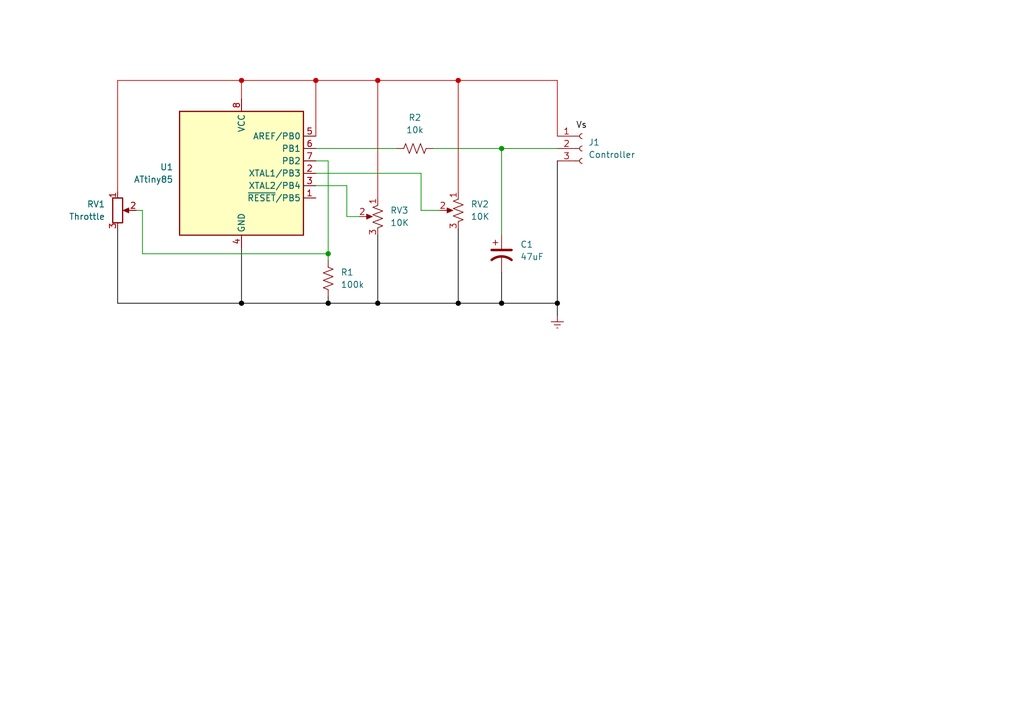
<source format=kicad_sch>
(kicad_sch (version 20230121) (generator eeschema)
  (paper "A5")
  (title_block (title "bike-aid-throtle"))
  (lib_symbols
    (symbol "Connector:Conn_01x03_Socket" (pin_names (offset 1.016) hide)
      (property "Reference" "J" (at 0 5.08 0))
      (property "Value" "Conn_01x03_Socket" (at 0 -5.08 0))
      (symbol "Conn_01x03_Socket_1_1"
        (arc (start 0 -2.032) (mid -0.5058 -2.54) (end 0 -3.048) (stroke (width 0.1524)))
        (polyline (pts (xy -1.27 -2.54) (xy -0.508 -2.54)) (stroke (width 0.1524)))
        (polyline (pts (xy -1.27 0) (xy -0.508 0)) (stroke (width 0.1524)))
        (polyline (pts (xy -1.27 2.54) (xy -0.508 2.54)) (stroke (width 0.1524)))
        (arc (start 0 0.508) (mid -0.5058 0) (end 0 -0.508) (stroke (width 0.1524)))
        (arc (start 0 3.048) (mid -0.5058 2.54) (end 0 2.032) (stroke (width 0.1524)))
        (pin passive line (at -5.08 2.54 0) (length 3.81) (name "Pin_1") (number "1"))
        (pin passive line (at -5.08 0 0) (length 3.81) (name "Pin_2") (number "2"))
        (pin passive line (at -5.08 -2.54 0) (length 3.81) (name "Pin_3") (number "3"))
      )
    )
    (symbol "Device:C_Polarized_US" (pin_numbers hide) (pin_names (offset 0.254) hide)
      (property "Reference" "C" (at 0.635 2.54 0))
      (property "Value" "C_Polarized_US" (at 0.635 -2.54 0))
      (symbol "C_Polarized_US_0_1"
        (polyline (pts (xy -2.032 0.762) (xy 2.032 0.762)) (stroke (width 0.508)))
        (polyline (pts (xy -1.778 2.286) (xy -0.762 2.286)))
        (polyline (pts (xy -1.27 1.778) (xy -1.27 2.794)))
        (arc (start 2.032 -1.27) (mid 0 -0.5572) (end -2.032 -1.27) (stroke (width 0.508)))
      )
      (symbol "C_Polarized_US_1_1"
        (pin passive line (at 0 3.81 270) (length 2.794) (name "~") (number "1"))
        (pin passive line (at 0 -3.81 90) (length 3.302) (name "~") (number "2"))
      )
    )
    (symbol "Device:R_Potentiometer" (pin_names (offset 1.016) hide)
      (property "Reference" "RV" (at -4.445 0 90))
      (property "Value" "R_Potentiometer" (at -2.54 0 90))
      (symbol "R_Potentiometer_0_1"
        (polyline (pts (xy 2.54 0) (xy 1.524 0)))
        (polyline (pts (xy 1.143 0) (xy 2.286 0.508) (xy 2.286 -0.508) (xy 1.143 0)) (fill (type outline)))
        (rectangle (start 1.016 2.54) (end -1.016 -2.54) (stroke (width 0.254)))
      )
      (symbol "R_Potentiometer_1_1"
        (pin passive line (at 0 3.81 270) (length 1.27) (name "1") (number "1"))
        (pin passive line (at 3.81 0 180) (length 1.27) (name "2") (number "2"))
        (pin passive line (at 0 -3.81 90) (length 1.27) (name "3") (number "3"))
      )
    )
    (symbol "Device:R_Potentiometer_US" (pin_names (offset 1.016) hide)
      (property "Reference" "RV" (at -4.445 0 90))
      (property "Value" "R_Potentiometer_US" (at -2.54 0 90))
      (symbol "R_Potentiometer_US_0_1"
        (polyline (pts (xy 0 -2.286) (xy 0 -2.54)))
        (polyline (pts (xy 0 2.54) (xy 0 2.286)))
        (polyline (pts (xy 2.54 0) (xy 1.524 0)))
        (polyline (pts (xy 1.143 0) (xy 2.286 0.508) (xy 2.286 -0.508) (xy 1.143 0)) (fill (type outline)))
        (polyline (pts (xy 0 -0.762) (xy 1.016 -1.143) (xy 0 -1.524) (xy -1.016 -1.905) (xy 0 -2.286)))
        (polyline (pts (xy 0 0.762) (xy 1.016 0.381) (xy 0 0) (xy -1.016 -0.381) (xy 0 -0.762)))
        (polyline (pts (xy 0 2.286) (xy 1.016 1.905) (xy 0 1.524) (xy -1.016 1.143) (xy 0 0.762)))
      )
      (symbol "R_Potentiometer_US_1_1"
        (pin passive line (at 0 3.81 270) (length 1.27) (name "1") (number "1"))
        (pin passive line (at 3.81 0 180) (length 1.27) (name "2") (number "2"))
        (pin passive line (at 0 -3.81 90) (length 1.27) (name "3") (number "3"))
      )
    )
    (symbol "Device:R_US" (pin_numbers hide) (pin_names (offset 0))
      (property "Reference" "R" (at 2.54 0 90))
      (property "Value" "R_US" (at -2.54 0 90))
      (symbol "R_US_0_1"
        (polyline (pts (xy 0 -2.286) (xy 0 -2.54)))
        (polyline (pts (xy 0 2.286) (xy 0 2.54)))
        (polyline (pts (xy 0 -0.762) (xy 1.016 -1.143) (xy 0 -1.524) (xy -1.016 -1.905) (xy 0 -2.286)))
        (polyline (pts (xy 0 0.762) (xy 1.016 0.381) (xy 0 0) (xy -1.016 -0.381) (xy 0 -0.762)))
        (polyline (pts (xy 0 2.286) (xy 1.016 1.905) (xy 0 1.524) (xy -1.016 1.143) (xy 0 0.762)))
      )
      (symbol "R_US_1_1"
        (pin passive line (at 0 3.81 270) (length 1.27) (name "~") (number "1"))
        (pin passive line (at 0 -3.81 90) (length 1.27) (name "~") (number "2"))
      )
    )
    (symbol "MCU_Microchip_ATtiny:ATtiny85-20P"
      (property "Reference" "U" (at -12.7 13.97 0))
      (property "Value" "ATtiny85-20P" (at 2.54 -13.97 0))
      (symbol "ATtiny85-20P_0_1"
        (rectangle (start -12.7 -12.7) (end 12.7 12.7) (stroke (width 0.254)) (fill (type background)))
      )
      (symbol "ATtiny85-20P_1_1"
        (pin bidirectional line (at 15.24 -5.08 180) (length 2.54) (name "~{RESET}/PB5") (number "1"))
        (pin bidirectional line (at 15.24 0 180) (length 2.54) (name "XTAL1/PB3") (number "2"))
        (pin bidirectional line (at 15.24 -2.54 180) (length 2.54) (name "XTAL2/PB4") (number "3"))
        (pin power_in line (at 0 -15.24 90) (length 2.54) (name "GND") (number "4"))
        (pin bidirectional line (at 15.24 7.62 180) (length 2.54) (name "AREF/PB0") (number "5"))
        (pin bidirectional line (at 15.24 5.08 180) (length 2.54) (name "PB1") (number "6"))
        (pin bidirectional line (at 15.24 2.54 180) (length 2.54) (name "PB2") (number "7"))
        (pin power_in line (at 0 15.24 270) (length 2.54) (name "VCC") (number "8"))
      )
    )
    (symbol "power:Earth" (power) (pin_names (offset 0))
      (symbol "Earth_0_1"
        (polyline (pts (xy -0.635 -1.905) (xy 0.635 -1.905)))
        (polyline (pts (xy -0.127 -2.54) (xy 0.127 -2.54)))
        (polyline (pts (xy 0 -1.27) (xy 0 0)))
        (polyline (pts (xy 1.27 -1.27) (xy -1.27 -1.27)))
      )
      (symbol "Earth_1_1"
        (pin power_in line (at 0 0 270) (length 0) hide (name "Earth") (number "1"))
      )
    )
  )
  (junction (at 102.87 30.48))
  (junction (at 77.47 62.23) (color 0 0 0 1))
  (junction (at 93.98 62.23) (color 0 0 0 1))
  (junction (at 49.53 16.51) (color 194 0 0 1))
  (junction (at 114.3 62.23) (color 0 0 0 1))
  (junction (at 93.98 16.51) (color 194 0 0 1))
  (junction (at 77.47 16.51) (color 194 0 0 1))
  (junction (at 64.77 16.51) (color 194 0 0 1))
  (junction (at 67.31 62.23) (color 0 0 0 1))
  (junction (at 49.53 62.23) (color 0 0 0 1))
  (junction (at 67.31 52.07))
  (junction (at 102.87 62.23) (color 0 0 0 1))
  (wire (pts (xy 67.31 62.23) (xy 77.47 62.23)) (stroke (width 0) (color 0 0 0 1)))
  (wire (pts (xy 86.36 43.18) (xy 86.36 35.56)))
  (wire (pts (xy 71.12 38.1) (xy 71.12 44.45)))
  (wire (pts (xy 49.53 62.23) (xy 67.31 62.23)) (stroke (width 0) (color 0 0 0 1)))
  (wire (pts (xy 29.21 52.07) (xy 29.21 43.18)))
  (wire (pts (xy 102.87 55.88) (xy 102.87 62.23)) (stroke (width 0) (color 0 0 0 1)))
  (wire (pts (xy 93.98 16.51) (xy 93.98 39.37)) (stroke (width 0) (color 194 0 0 1)))
  (wire (pts (xy 77.47 40.64) (xy 77.47 16.51)) (stroke (width 0) (color 194 0 0 1)))
  (wire (pts (xy 114.3 33.02) (xy 114.3 62.23)) (stroke (width 0) (color 0 0 0 1)))
  (wire (pts (xy 24.13 39.37) (xy 24.13 16.51)) (stroke (width 0) (color 194 0 0 1)))
  (wire (pts (xy 24.13 46.99) (xy 24.13 62.23)) (stroke (width 0) (color 0 0 0 1)))
  (wire (pts (xy 114.3 64.77) (xy 114.3 62.23)) (stroke (width 0) (color 0 0 0 1)))
  (wire (pts (xy 64.77 16.51) (xy 77.47 16.51)) (stroke (width 0) (color 194 0 0 1)))
  (wire (pts (xy 77.47 62.23) (xy 93.98 62.23)) (stroke (width 0) (color 0 0 0 1)))
  (wire (pts (xy 49.53 16.51) (xy 49.53 20.32)) (stroke (width 0) (color 194 0 0 1)))
  (wire (pts (xy 77.47 16.51) (xy 93.98 16.51)) (stroke (width 0) (color 194 0 0 1)))
  (wire (pts (xy 24.13 62.23) (xy 49.53 62.23)) (stroke (width 0) (color 0 0 0 1)))
  (wire (pts (xy 102.87 62.23) (xy 114.3 62.23)) (stroke (width 0) (color 0 0 0 1)))
  (wire (pts (xy 114.3 27.94) (xy 114.3 16.51)) (stroke (width 0) (color 194 0 0 1)))
  (wire (pts (xy 102.87 48.26) (xy 102.87 30.48)) (stroke (width 0) (color 0 132 0 1)))
  (wire (pts (xy 67.31 33.02) (xy 67.31 52.07)))
  (wire (pts (xy 67.31 52.07) (xy 67.31 53.34)))
  (wire (pts (xy 102.87 30.48) (xy 114.3 30.48)) (stroke (width 0) (color 0 132 0 1)))
  (wire (pts (xy 67.31 52.07) (xy 29.21 52.07)))
  (wire (pts (xy 93.98 16.51) (xy 114.3 16.51)) (stroke (width 0) (color 194 0 0 1)))
  (wire (pts (xy 49.53 16.51) (xy 64.77 16.51)) (stroke (width 0) (color 194 0 0 1)))
  (wire (pts (xy 49.53 62.23) (xy 49.53 50.8)) (stroke (width 0) (color 0 0 0 1)))
  (wire (pts (xy 24.13 16.51) (xy 49.53 16.51)) (stroke (width 0) (color 194 0 0 1)))
  (wire (pts (xy 88.9 30.48) (xy 102.87 30.48)) (stroke (width 0) (color 0 132 0 1)))
  (wire (pts (xy 86.36 35.56) (xy 64.77 35.56)))
  (wire (pts (xy 64.77 16.51) (xy 64.77 27.94)) (stroke (width 0) (color 194 0 0 1)))
  (wire (pts (xy 93.98 46.99) (xy 93.98 62.23)) (stroke (width 0) (color 0 0 0 1)))
  (wire (pts (xy 67.31 60.96) (xy 67.31 62.23)) (stroke (width 0) (color 0 0 0 1)))
  (wire (pts (xy 29.21 43.18) (xy 27.94 43.18)))
  (wire (pts (xy 86.36 43.18) (xy 90.17 43.18)))
  (wire (pts (xy 93.98 62.23) (xy 102.87 62.23)) (stroke (width 0) (color 0 0 0 1)))
  (wire (pts (xy 77.47 48.26) (xy 77.47 62.23)) (stroke (width 0) (color 0 0 0 1)))
  (wire (pts (xy 64.77 30.48) (xy 81.28 30.48)) (stroke (width 0) (color 0 132 0 1)))
  (wire (pts (xy 71.12 44.45) (xy 73.66 44.45)))
  (wire (pts (xy 64.77 33.02) (xy 67.31 33.02)))
  (wire (pts (xy 64.77 38.1) (xy 71.12 38.1)))
  (label "Vs" (at 118.11 26.67 0))
  (symbol (lib_id "power:Earth") (at 114.3 64.77 0) (unit 1)
    (property "Reference" "#PWR01" (effects hide))
    (property "Value" "Earth" (effects hide))
  )
  (symbol (lib_id "Device:R_Potentiometer_US") (at 77.47 44.45 0) (mirror y) (unit 1)
    (property "Reference" "RV3" (at 80.01 43.18 0) (effects (justify right)))
    (property "Value" "10K" (at 80.01 45.72 0) (effects (justify right)))
  )
  (symbol (lib_id "MCU_Microchip_ATtiny:ATtiny85-20P") (at 49.53 35.56 0) (unit 1)
    (property "Reference" "U1" (at 35.56 34.29 0) (effects (justify right)))
    (property "Value" "ATtiny85" (at 35.56 36.83 0) (effects (justify right)))
    (property "Footprint" "Package_DIP:DIP-8_W7.62mm" (effects hide))
    (property "Datasheet" "http://ww1.microchip.com/downloads/en/DeviceDoc/atmel-2586-avr-8-bit-microcontroller-attiny25-attiny45-attiny85_datasheet.pdf" (effects hide))
  )
  (symbol (lib_id "Device:R_US") (at 67.31 57.15 0) (unit 1)
    (property "Reference" "R1" (at 69.85 55.88 0) (effects (justify left)))
    (property "Value" "100k" (at 69.85 58.42 0) (effects (justify left)))
  )
  (symbol (lib_id "Device:R_Potentiometer") (at 24.13 43.18 0) (unit 1)
    (property "Reference" "RV1" (at 21.59 41.91 0) (effects (justify right)))
    (property "Value" "Throttle" (at 21.59 44.45 0) (effects (justify right)))
  )
  (symbol (lib_id "Device:C_Polarized_US") (at 102.87 52.07 0) (unit 1)
    (property "Reference" "C1" (at 106.68 50.165 0) (effects (justify left)))
    (property "Value" "47uF" (at 106.68 52.705 0) (effects (justify left)))
  )
  (symbol (lib_id "Device:R_Potentiometer_US") (at 93.98 43.18 0) (mirror y) (unit 1)
    (property "Reference" "RV2" (at 96.52 41.91 0) (effects (justify right)))
    (property "Value" "10K" (at 96.52 44.45 0) (effects (justify right)))
  )
  (symbol (lib_id "Device:R_US") (at 85.09 30.48 270) (unit 1)
    (property "Reference" "R2" (at 85.09 24.13 90))
    (property "Value" "10k" (at 85.09 26.67 90))
  )
  (symbol (lib_id "Connector:Conn_01x03_Socket") (at 119.38 30.48 0) (unit 1)
    (property "Reference" "J1" (at 120.65 29.21 0) (effects (justify left)))
    (property "Value" "Controller" (at 120.65 31.75 0) (effects (justify left)))
  )
)
</source>
